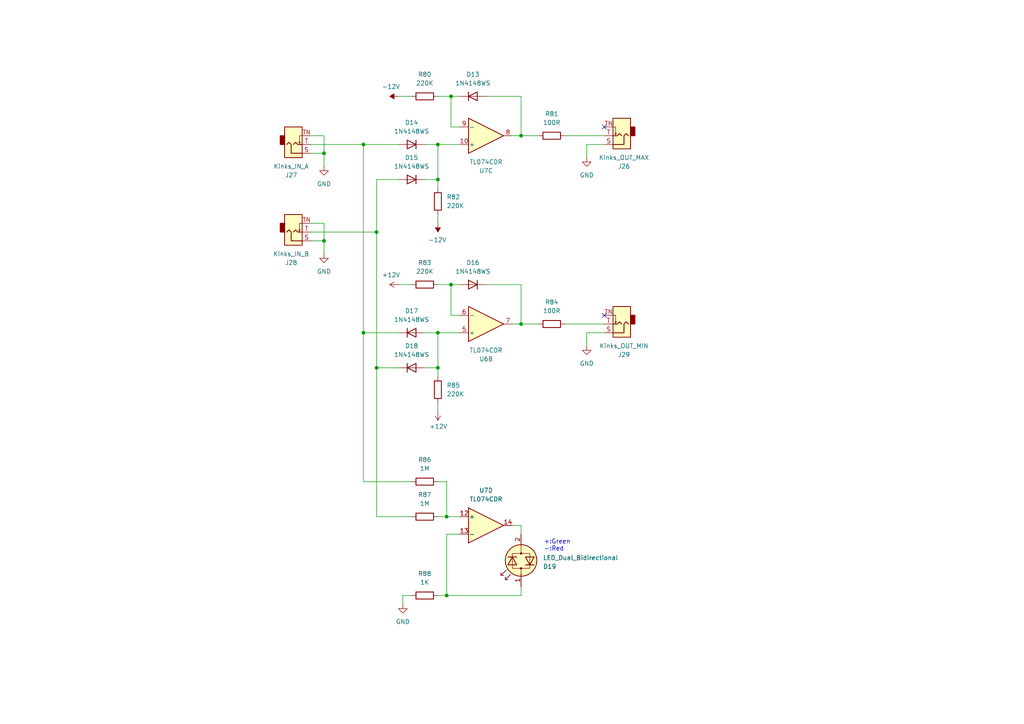
<source format=kicad_sch>
(kicad_sch (version 20250114) (generator "eeschema") (generator_version "9.0")
  (paper "A4")
  (title_block (title "Analog AND/OR") (date "2025-07-31") (rev "2.1") (company "StudioKAT"))
  (lib_symbols
    (symbol "Amplifier_Operational:TL074" (pin_names (offset 0.127))
      (property "Reference" "U" (at 0 5.08 0))
      (property "Value" "TL074" (at 0 -5.08 0))
      (symbol "TL074_1_1"
        (polyline (pts (xy -5.08 5.08) (xy 5.08 0) (xy -5.08 -5.08) (xy -5.08 5.08)) (stroke (width 0.254)) (fill (type background)))
        (pin input line (at -7.62 2.54 0) (length 2.54) (name "+") (number "3"))
        (pin input line (at -7.62 -2.54 0) (length 2.54) (name "-") (number "2"))
        (pin output line (at 7.62 0 180) (length 2.54) (name "~") (number "1"))
      )
      (symbol "TL074_2_1"
        (polyline (pts (xy -5.08 5.08) (xy 5.08 0) (xy -5.08 -5.08) (xy -5.08 5.08)) (stroke (width 0.254)) (fill (type background)))
        (pin input line (at -7.62 2.54 0) (length 2.54) (name "+") (number "5"))
        (pin input line (at -7.62 -2.54 0) (length 2.54) (name "-") (number "6"))
        (pin output line (at 7.62 0 180) (length 2.54) (name "~") (number "7"))
      )
      (symbol "TL074_3_1"
        (polyline (pts (xy -5.08 5.08) (xy 5.08 0) (xy -5.08 -5.08) (xy -5.08 5.08)) (stroke (width 0.254)) (fill (type background)))
        (pin input line (at -7.62 2.54 0) (length 2.54) (name "+") (number "10"))
        (pin input line (at -7.62 -2.54 0) (length 2.54) (name "-") (number "9"))
        (pin output line (at 7.62 0 180) (length 2.54) (name "~") (number "8"))
      )
      (symbol "TL074_4_1"
        (polyline (pts (xy -5.08 5.08) (xy 5.08 0) (xy -5.08 -5.08) (xy -5.08 5.08)) (stroke (width 0.254)) (fill (type background)))
        (pin input line (at -7.62 2.54 0) (length 2.54) (name "+") (number "12"))
        (pin input line (at -7.62 -2.54 0) (length 2.54) (name "-") (number "13"))
        (pin output line (at 7.62 0 180) (length 2.54) (name "~") (number "14"))
      )
      (symbol "TL074_5_1"
        (pin power_in line (at -2.54 7.62 270) (length 3.81) (name "V+") (number "4"))
        (pin power_in line (at -2.54 -7.62 90) (length 3.81) (name "V-") (number "11"))
      )
    )
    (symbol "Connector_Audio:AudioJack2_SwitchT"
      (property "Reference" "J" (at 0 8.89 0))
      (property "Value" "AudioJack2_SwitchT" (at 0 6.35 0))
      (symbol "AudioJack2_SwitchT_0_1"
        (rectangle (start -2.54 0) (end -3.81 -2.54) (stroke (width 0.254)) (fill (type outline)))
        (polyline (pts (xy 0 0) (xy 0.635 -0.635) (xy 1.27 0) (xy 2.54 0)) (stroke (width 0.254)))
        (polyline (pts (xy 1.778 -0.254) (xy 2.032 -0.762)))
        (rectangle (start 2.54 3.81) (end -2.54 -5.08) (stroke (width 0.254)) (fill (type background)))
        (polyline (pts (xy 2.54 2.54) (xy -0.635 2.54) (xy -0.635 0) (xy -1.27 -0.635) (xy -1.905 0)) (stroke (width 0.254)))
        (polyline (pts (xy 2.54 -2.54) (xy 1.778 -2.54) (xy 1.778 -0.254) (xy 1.524 -0.762)))
      )
      (symbol "AudioJack2_SwitchT_1_1"
        (pin passive line (at 5.08 2.54 180) (length 2.54) (name "~") (number "S"))
        (pin passive line (at 5.08 0 180) (length 2.54) (name "~") (number "T"))
        (pin passive line (at 5.08 -2.54 180) (length 2.54) (name "~") (number "TN"))
      )
    )
    (symbol "Device:LED_Dual_Bidirectional" (pin_names (offset 0) (hide yes))
      (property "Reference" "D" (at 0 5.715 0))
      (property "Value" "LED_Dual_Bidirectional" (at 0 -6.35 0))
      (symbol "LED_Dual_Bidirectional_0_1"
        (polyline (pts (xy -4.572 0) (xy -2.54 0)))
        (circle (center -2.032 0) (radius 0.254) (fill (type outline)))
        (polyline (pts (xy -2.032 0) (xy -2.54 0)))
        (polyline (pts (xy -1.016 3.81) (xy -1.016 1.27)) (stroke (width 0.254)))
        (polyline (pts (xy -1.016 -1.27) (xy -1.016 -3.81) (xy 1.27 -2.54) (xy -1.016 -1.27)) (stroke (width 0.254)))
        (circle (center 0 0) (radius 4.572) (stroke (width 0.254)) (fill (type background)))
        (polyline (pts (xy 1.27 3.81) (xy 1.27 1.27) (xy -1.016 2.54) (xy 1.27 3.81)) (stroke (width 0.254)))
        (polyline (pts (xy 1.27 -1.27) (xy 1.27 -3.81)) (stroke (width 0.254)))
        (polyline (pts (xy 2.286 2.54) (xy -2.032 2.54) (xy -2.032 -2.54) (xy 2.286 -2.54) (xy 2.286 2.54)))
        (circle (center 2.286 0) (radius 0.254) (fill (type outline)))
        (polyline (pts (xy 2.794 4.318) (xy 4.318 5.842) (xy 3.556 5.842)) (stroke (width 0.2032)))
        (polyline (pts (xy 4.064 3.048) (xy 5.588 4.572) (xy 4.826 4.572)) (stroke (width 0.2032)))
        (polyline (pts (xy 4.064 0) (xy 2.286 0)) (fill (type outline)))
        (polyline (pts (xy 4.318 5.842) (xy 4.318 5.08)) (stroke (width 0.2032)))
        (polyline (pts (xy 5.588 4.572) (xy 5.588 3.81)) (stroke (width 0.2032)))
      )
      (symbol "LED_Dual_Bidirectional_1_1"
        (pin input line (at -7.62 0 0) (length 3.048) (name "AK") (number "2"))
        (pin input line (at 7.62 0 180) (length 3.81) (name "KA") (number "1"))
      )
    )
    (symbol "Device:R" (pin_numbers (hide yes)) (pin_names (offset 0))
      (property "Reference" "R" (at 2.032 0 90))
      (property "Value" "R" (at 0 0 90))
      (symbol "R_0_1"
        (rectangle (start -1.016 -2.54) (end 1.016 2.54) (stroke (width 0.254)))
      )
      (symbol "R_1_1"
        (pin passive line (at 0 3.81 270) (length 1.27) (name "~") (number "1"))
        (pin passive line (at 0 -3.81 90) (length 1.27) (name "~") (number "2"))
      )
    )
    (symbol "Diode:1N4148WS" (pin_numbers (hide yes)) (pin_names (hide yes))
      (property "Reference" "D" (at 0 2.54 0))
      (property "Value" "1N4148WS" (at 0 -2.54 0))
      (symbol "1N4148WS_0_1"
        (polyline (pts (xy -1.27 1.27) (xy -1.27 -1.27)) (stroke (width 0.254)))
        (polyline (pts (xy 1.27 1.27) (xy 1.27 -1.27) (xy -1.27 0) (xy 1.27 1.27)) (stroke (width 0.254)))
        (polyline (pts (xy 1.27 0) (xy -1.27 0)))
      )
      (symbol "1N4148WS_1_1"
        (pin passive line (at -3.81 0 0) (length 2.54) (name "K") (number "1"))
        (pin passive line (at 3.81 0 180) (length 2.54) (name "A") (number "2"))
      )
    )
    (symbol "power:+12V" (power) (pin_numbers (hide yes)) (pin_names (offset 0) (hide yes))
      (property "Value" "+12V" (at 0 3.556 0))
      (symbol "+12V_0_1"
        (polyline (pts (xy -0.762 1.27) (xy 0 2.54)))
        (polyline (pts (xy 0 2.54) (xy 0.762 1.27)))
        (polyline (pts (xy 0 0) (xy 0 2.54)))
      )
      (symbol "+12V_1_1"
        (pin power_in line (at 0 0 90) (length 0) (name "~") (number "1"))
      )
    )
    (symbol "power:-12V" (power) (pin_numbers (hide yes)) (pin_names (offset 0) (hide yes))
      (property "Value" "-12V" (at 0 3.556 0))
      (symbol "-12V_0_0"
        (pin power_in line (at 0 0 90) (length 0) (name "~") (number "1"))
      )
      (symbol "-12V_0_1"
        (polyline (pts (xy 0 0) (xy 0 1.27) (xy 0.762 1.27) (xy 0 2.54) (xy -0.762 1.27) (xy 0 1.27)) (fill (type outline)))
      )
    )
    (symbol "power:GND" (power) (pin_numbers (hide yes)) (pin_names (offset 0) (hide yes))
      (property "Value" "GND" (at 0 -3.81 0))
      (symbol "GND_0_1"
        (polyline (pts (xy 0 0) (xy 0 -1.27) (xy 1.27 -1.27) (xy 0 -2.54) (xy -1.27 -1.27) (xy 0 -1.27)))
      )
      (symbol "GND_1_1"
        (pin power_in line (at 0 0 270) (length 0) (name "~") (number "1"))
      )
    )
  )
  (text "+:Green\n-:Red" (at 157.734 158.242 0) (effects (font (size 1.27 1.27)) (justify left)))
  (junction (at 129.54 172.72))
  (junction (at 109.22 106.68))
  (junction (at 105.41 41.91))
  (junction (at 127 52.07))
  (junction (at 151.13 93.98))
  (junction (at 93.98 44.45))
  (junction (at 130.81 27.94))
  (junction (at 130.81 82.55))
  (junction (at 93.98 69.85))
  (junction (at 127 96.52))
  (junction (at 109.22 67.31))
  (junction (at 129.54 149.86))
  (junction (at 127 41.91))
  (junction (at 127 106.68))
  (junction (at 151.13 39.37))
  (junction (at 105.41 96.52))
  (no_connect (at 175.26 91.44))
  (no_connect (at 175.26 36.83))
  (wire (pts (xy 123.19 96.52) (xy 127 96.52)))
  (wire (pts (xy 175.26 41.91) (xy 170.18 41.91)))
  (wire (pts (xy 130.81 82.55) (xy 130.81 91.44)))
  (wire (pts (xy 129.54 154.94) (xy 129.54 172.72)))
  (wire (pts (xy 127 41.91) (xy 133.35 41.91)))
  (wire (pts (xy 119.38 149.86) (xy 109.22 149.86)))
  (wire (pts (xy 109.22 52.07) (xy 109.22 67.31)))
  (wire (pts (xy 130.81 36.83) (xy 133.35 36.83)))
  (wire (pts (xy 163.83 39.37) (xy 175.26 39.37)))
  (wire (pts (xy 151.13 39.37) (xy 156.21 39.37)))
  (wire (pts (xy 151.13 172.72) (xy 151.13 170.18)))
  (wire (pts (xy 93.98 44.45) (xy 93.98 48.26)))
  (wire (pts (xy 140.97 82.55) (xy 151.13 82.55)))
  (wire (pts (xy 115.57 96.52) (xy 105.41 96.52)))
  (wire (pts (xy 148.59 93.98) (xy 151.13 93.98)))
  (wire (pts (xy 116.84 172.72) (xy 116.84 175.26)))
  (wire (pts (xy 93.98 69.85) (xy 93.98 73.66)))
  (wire (pts (xy 127 52.07) (xy 127 41.91)))
  (wire (pts (xy 115.57 52.07) (xy 109.22 52.07)))
  (wire (pts (xy 90.17 39.37) (xy 93.98 39.37)))
  (wire (pts (xy 93.98 39.37) (xy 93.98 44.45)))
  (wire (pts (xy 105.41 139.7) (xy 105.41 96.52)))
  (wire (pts (xy 90.17 69.85) (xy 93.98 69.85)))
  (wire (pts (xy 105.41 41.91) (xy 115.57 41.91)))
  (wire (pts (xy 129.54 139.7) (xy 129.54 149.86)))
  (wire (pts (xy 123.19 106.68) (xy 127 106.68)))
  (wire (pts (xy 151.13 82.55) (xy 151.13 93.98)))
  (wire (pts (xy 163.83 93.98) (xy 175.26 93.98)))
  (wire (pts (xy 151.13 93.98) (xy 156.21 93.98)))
  (wire (pts (xy 127 82.55) (xy 130.81 82.55)))
  (wire (pts (xy 130.81 91.44) (xy 133.35 91.44)))
  (wire (pts (xy 127 62.23) (xy 127 64.77)))
  (wire (pts (xy 151.13 27.94) (xy 151.13 39.37)))
  (wire (pts (xy 129.54 154.94) (xy 133.35 154.94)))
  (wire (pts (xy 119.38 139.7) (xy 105.41 139.7)))
  (wire (pts (xy 109.22 106.68) (xy 109.22 67.31)))
  (wire (pts (xy 148.59 39.37) (xy 151.13 39.37)))
  (wire (pts (xy 170.18 96.52) (xy 170.18 100.33)))
  (wire (pts (xy 123.19 41.91) (xy 127 41.91)))
  (wire (pts (xy 129.54 172.72) (xy 151.13 172.72)))
  (wire (pts (xy 133.35 27.94) (xy 130.81 27.94)))
  (wire (pts (xy 175.26 96.52) (xy 170.18 96.52)))
  (wire (pts (xy 127 149.86) (xy 129.54 149.86)))
  (wire (pts (xy 90.17 44.45) (xy 93.98 44.45)))
  (wire (pts (xy 127 139.7) (xy 129.54 139.7)))
  (wire (pts (xy 133.35 82.55) (xy 130.81 82.55)))
  (wire (pts (xy 151.13 152.4) (xy 151.13 154.94)))
  (wire (pts (xy 115.57 106.68) (xy 109.22 106.68)))
  (wire (pts (xy 140.97 27.94) (xy 151.13 27.94)))
  (wire (pts (xy 130.81 27.94) (xy 130.81 36.83)))
  (wire (pts (xy 127 106.68) (xy 127 96.52)))
  (wire (pts (xy 127 27.94) (xy 130.81 27.94)))
  (wire (pts (xy 105.41 96.52) (xy 105.41 41.91)))
  (wire (pts (xy 127 116.84) (xy 127 119.38)))
  (wire (pts (xy 148.59 152.4) (xy 151.13 152.4)))
  (wire (pts (xy 127 96.52) (xy 133.35 96.52)))
  (wire (pts (xy 90.17 41.91) (xy 105.41 41.91)))
  (wire (pts (xy 93.98 64.77) (xy 93.98 69.85)))
  (wire (pts (xy 170.18 41.91) (xy 170.18 45.72)))
  (wire (pts (xy 129.54 149.86) (xy 133.35 149.86)))
  (wire (pts (xy 119.38 172.72) (xy 116.84 172.72)))
  (wire (pts (xy 123.19 52.07) (xy 127 52.07)))
  (wire (pts (xy 127 106.68) (xy 127 109.22)))
  (wire (pts (xy 109.22 149.86) (xy 109.22 106.68)))
  (wire (pts (xy 127 172.72) (xy 129.54 172.72)))
  (wire (pts (xy 90.17 64.77) (xy 93.98 64.77)))
  (wire (pts (xy 115.57 82.55) (xy 119.38 82.55)))
  (wire (pts (xy 109.22 67.31) (xy 90.17 67.31)))
  (wire (pts (xy 127 52.07) (xy 127 54.61)))
  (wire (pts (xy 115.57 27.94) (xy 119.38 27.94)))
  (symbol (lib_id "power:+12V") (at 127 119.38 180) (unit 1)
    (property "Reference" "#PWR084" (effects (hide yes)))
    (property "Value" "+12V" (at 129.794 123.698 0) (effects (justify left)))
    (property "Description" "Power symbol creates a global label with name \"+12V\"" (effects (hide yes)))
  )
  (symbol (lib_id "power:GND") (at 93.98 48.26 0) (unit 1)
    (property "Reference" "#PWR079" (effects (hide yes)))
    (property "Value" "GND" (at 93.98 53.34 0))
    (property "Description" "Power symbol creates a global label with name \"GND\" , ground" (effects (hide yes)))
  )
  (symbol (lib_id "Diode:1N4148WS") (at 119.38 52.07 0) (mirror y) (unit 1)
    (property "Reference" "D15" (at 119.38 45.72 0))
    (property "Value" "1N4148WS" (at 119.38 48.26 0))
    (property "Footprint" "Diode_SMD:D_SOD-323" (effects (hide yes)))
    (property "Datasheet" "https://www.vishay.com/docs/85751/1n4148ws.pdf" (effects (hide yes)))
    (property "Description" "75V 0.15A Fast switching Diode, SOD-323" (effects (hide yes)))
    (property "Sim.Device" "D" (effects (hide yes)))
    (property "Sim.Pins" "1=K 2=A" (effects (hide yes)))
    (property "LCSC" "C2128" (effects (hide yes)))
  )
  (symbol (lib_id "Device:R") (at 127 113.03 0) (unit 1)
    (property "Reference" "R85" (at 129.54 111.7599 0) (effects (justify left)))
    (property "Value" "220K" (at 129.54 114.2999 0) (effects (justify left)))
    (property "Footprint" "Resistor_SMD:R_0402_1005Metric" (effects (hide yes)))
    (property "Description" "Resistor" (effects (hide yes)))
    (property "LCSC" "C25767" (effects (hide yes)))
  )
  (symbol (lib_id "Connector_Audio:AudioJack2_SwitchT") (at 85.09 67.31 0) (mirror x) (unit 1)
    (property "Reference" "J28" (at 84.455 76.2 0))
    (property "Value" "Kinks_IN_B" (at 84.455 73.66 0))
    (property "Footprint" "kat_eurorack:AudioJack_PJ301M-12" (effects (hide yes)))
    (property "Description" "Audio Jack, 2 Poles (Mono / TS), Switched T Pole (Normalling)" (effects (hide yes)))
  )
  (symbol (lib_id "Diode:1N4148WS") (at 119.38 106.68 0) (unit 1)
    (property "Reference" "D18" (at 119.38 100.33 0))
    (property "Value" "1N4148WS" (at 119.38 102.87 0))
    (property "Footprint" "Diode_SMD:D_SOD-323" (effects (hide yes)))
    (property "Datasheet" "https://www.vishay.com/docs/85751/1n4148ws.pdf" (effects (hide yes)))
    (property "Description" "75V 0.15A Fast switching Diode, SOD-323" (effects (hide yes)))
    (property "Sim.Device" "D" (effects (hide yes)))
    (property "Sim.Pins" "1=K 2=A" (effects (hide yes)))
    (property "LCSC" "C2128" (effects (hide yes)))
  )
  (symbol (lib_id "power:GND") (at 170.18 45.72 0) (unit 1)
    (property "Reference" "#PWR078" (effects (hide yes)))
    (property "Value" "GND" (at 170.18 50.8 0))
    (property "Description" "Power symbol creates a global label with name \"GND\" , ground" (effects (hide yes)))
  )
  (symbol (lib_id "power:GND") (at 93.98 73.66 0) (unit 1)
    (property "Reference" "#PWR081" (effects (hide yes)))
    (property "Value" "GND" (at 93.98 78.74 0))
    (property "Description" "Power symbol creates a global label with name \"GND\" , ground" (effects (hide yes)))
  )
  (symbol (lib_id "Amplifier_Operational:TL074") (at 140.97 93.98 0) (mirror x) (unit 2)
    (property "Reference" "U6" (at 140.97 104.14 0))
    (property "Value" "TL074CDR" (at 140.97 101.6 0))
    (property "Footprint" "Package_SO:SOIC-14_3.9x8.7mm_P1.27mm" (effects (hide yes)))
    (property "Datasheet" "http://www.ti.com/lit/ds/symlink/tl071.pdf" (effects (hide yes)))
    (property "Description" "Quad Low-Noise JFET-Input Operational Amplifiers, DIP-14/SOIC-14" (effects (hide yes)))
    (property "LCSC" "C12594" (effects (hide yes)))
  )
  (symbol (lib_id "power:+12V") (at 115.57 82.55 90) (unit 1)
    (property "Reference" "#PWR082" (effects (hide yes)))
    (property "Value" "+12V" (at 116.078 79.756 90) (effects (justify left)))
    (property "Description" "Power symbol creates a global label with name \"+12V\"" (effects (hide yes)))
  )
  (symbol (lib_id "Connector_Audio:AudioJack2_SwitchT") (at 180.34 93.98 180) (unit 1)
    (property "Reference" "J29" (at 180.975 102.87 0))
    (property "Value" "Kinks_OUT_MIN" (at 180.975 100.33 0))
    (property "Footprint" "kat_eurorack:AudioJack_PJ301M-12" (effects (hide yes)))
    (property "Description" "Audio Jack, 2 Poles (Mono / TS), Switched T Pole (Normalling)" (effects (hide yes)))
  )
  (symbol (lib_id "Connector_Audio:AudioJack2_SwitchT") (at 180.34 39.37 180) (unit 1)
    (property "Reference" "J26" (at 180.975 48.26 0))
    (property "Value" "Kinks_OUT_MAX" (at 180.975 45.72 0))
    (property "Footprint" "kat_eurorack:AudioJack_PJ301M-12" (effects (hide yes)))
    (property "Description" "Audio Jack, 2 Poles (Mono / TS), Switched T Pole (Normalling)" (effects (hide yes)))
  )
  (symbol (lib_id "Device:R") (at 123.19 27.94 90) (unit 1)
    (property "Reference" "R80" (at 123.19 21.59 90))
    (property "Value" "220K" (at 123.19 24.13 90))
    (property "Footprint" "Resistor_SMD:R_0402_1005Metric" (effects (hide yes)))
    (property "Description" "Resistor" (effects (hide yes)))
    (property "LCSC" "C25767" (effects (hide yes)))
  )
  (symbol (lib_id "Diode:1N4148WS") (at 119.38 41.91 0) (mirror y) (unit 1)
    (property "Reference" "D14" (at 119.38 35.56 0))
    (property "Value" "1N4148WS" (at 119.38 38.1 0))
    (property "Footprint" "Diode_SMD:D_SOD-323" (effects (hide yes)))
    (property "Datasheet" "https://www.vishay.com/docs/85751/1n4148ws.pdf" (effects (hide yes)))
    (property "Description" "75V 0.15A Fast switching Diode, SOD-323" (effects (hide yes)))
    (property "Sim.Device" "D" (effects (hide yes)))
    (property "Sim.Pins" "1=K 2=A" (effects (hide yes)))
    (property "LCSC" "C2128" (effects (hide yes)))
  )
  (symbol (lib_id "Device:R") (at 123.19 139.7 90) (unit 1)
    (property "Reference" "R86" (at 123.19 133.35 90))
    (property "Value" "1M" (at 123.19 135.89 90))
    (property "Footprint" "Resistor_SMD:R_0402_1005Metric" (effects (hide yes)))
    (property "Description" "Resistor" (effects (hide yes)))
    (property "LCSC" "C26083" (effects (hide yes)))
  )
  (symbol (lib_id "Amplifier_Operational:TL074") (at 140.97 39.37 0) (mirror x) (unit 3)
    (property "Reference" "U7" (at 140.97 49.53 0))
    (property "Value" "TL074CDR" (at 140.97 46.99 0))
    (property "Footprint" "Package_SO:SOIC-14_3.9x8.7mm_P1.27mm" (effects (hide yes)))
    (property "Datasheet" "http://www.ti.com/lit/ds/symlink/tl071.pdf" (effects (hide yes)))
    (property "Description" "Quad Low-Noise JFET-Input Operational Amplifiers, DIP-14/SOIC-14" (effects (hide yes)))
    (property "LCSC" "C12594" (effects (hide yes)))
  )
  (symbol (lib_id "Device:R") (at 160.02 39.37 90) (unit 1)
    (property "Reference" "R81" (at 160.02 33.02 90))
    (property "Value" "100R" (at 160.02 35.56 90))
    (property "Footprint" "Resistor_SMD:R_0402_1005Metric" (effects (hide yes)))
    (property "Description" "Resistor" (effects (hide yes)))
    (property "LCSC" "C25076" (effects (hide yes)))
  )
  (symbol (lib_id "Device:LED_Dual_Bidirectional") (at 151.13 162.56 90) (mirror x) (unit 1)
    (property "Reference" "D19" (at 157.48 164.3254 90) (effects (justify right)))
    (property "Value" "LED_Dual_Bidirectional" (at 157.48 161.7854 90) (effects (justify right)))
    (property "Footprint" "LED_THT:LED_D3.0mm" (effects (hide yes)))
    (property "Description" "Dual LED, bidirectional" (effects (hide yes)))
  )
  (symbol (lib_id "Diode:1N4148WS") (at 137.16 27.94 0) (unit 1)
    (property "Reference" "D13" (at 137.16 21.59 0))
    (property "Value" "1N4148WS" (at 137.16 24.13 0))
    (property "Footprint" "Diode_SMD:D_SOD-323" (effects (hide yes)))
    (property "Datasheet" "https://www.vishay.com/docs/85751/1n4148ws.pdf" (effects (hide yes)))
    (property "Description" "75V 0.15A Fast switching Diode, SOD-323" (effects (hide yes)))
    (property "Sim.Device" "D" (effects (hide yes)))
    (property "Sim.Pins" "1=K 2=A" (effects (hide yes)))
    (property "LCSC" "C2128" (effects (hide yes)))
  )
  (symbol (lib_id "Diode:1N4148WS") (at 137.16 82.55 0) (mirror y) (unit 1)
    (property "Reference" "D16" (at 137.16 76.2 0))
    (property "Value" "1N4148WS" (at 137.16 78.74 0))
    (property "Footprint" "Diode_SMD:D_SOD-323" (effects (hide yes)))
    (property "Datasheet" "https://www.vishay.com/docs/85751/1n4148ws.pdf" (effects (hide yes)))
    (property "Description" "75V 0.15A Fast switching Diode, SOD-323" (effects (hide yes)))
    (property "Sim.Device" "D" (effects (hide yes)))
    (property "Sim.Pins" "1=K 2=A" (effects (hide yes)))
    (property "LCSC" "C2128" (effects (hide yes)))
  )
  (symbol (lib_id "power:-12V") (at 127 64.77 180) (unit 1)
    (property "Reference" "#PWR080" (effects (hide yes)))
    (property "Value" "-12V" (at 124.206 69.596 0) (effects (justify right)))
    (property "Description" "Power symbol creates a global label with name \"-12V\"" (effects (hide yes)))
  )
  (symbol (lib_id "Amplifier_Operational:TL074") (at 140.97 152.4 0) (unit 4)
    (property "Reference" "U7" (at 140.97 142.24 0))
    (property "Value" "TL074CDR" (at 140.97 144.78 0))
    (property "Footprint" "Package_SO:SOIC-14_3.9x8.7mm_P1.27mm" (effects (hide yes)))
    (property "Datasheet" "http://www.ti.com/lit/ds/symlink/tl071.pdf" (effects (hide yes)))
    (property "Description" "Quad Low-Noise JFET-Input Operational Amplifiers, DIP-14/SOIC-14" (effects (hide yes)))
    (property "LCSC" "C12594" (effects (hide yes)))
  )
  (symbol (lib_id "Device:R") (at 123.19 172.72 90) (unit 1)
    (property "Reference" "R88" (at 123.19 166.37 90))
    (property "Value" "1K" (at 123.19 168.91 90))
    (property "Footprint" "Resistor_SMD:R_0402_1005Metric" (effects (hide yes)))
    (property "Description" "Resistor" (effects (hide yes)))
    (property "LCSC" "C11702" (effects (hide yes)))
  )
  (symbol (lib_id "Connector_Audio:AudioJack2_SwitchT") (at 85.09 41.91 0) (mirror x) (unit 1)
    (property "Reference" "J27" (at 84.455 50.8 0))
    (property "Value" "Kinks_IN_A" (at 84.455 48.26 0))
    (property "Footprint" "kat_eurorack:AudioJack_PJ301M-12" (effects (hide yes)))
    (property "Description" "Audio Jack, 2 Poles (Mono / TS), Switched T Pole (Normalling)" (effects (hide yes)))
  )
  (symbol (lib_id "Device:R") (at 123.19 149.86 90) (unit 1)
    (property "Reference" "R87" (at 123.19 143.51 90))
    (property "Value" "1M" (at 123.19 146.05 90))
    (property "Footprint" "Resistor_SMD:R_0402_1005Metric" (effects (hide yes)))
    (property "Description" "Resistor" (effects (hide yes)))
    (property "LCSC" "C26083" (effects (hide yes)))
  )
  (symbol (lib_id "power:GND") (at 170.18 100.33 0) (unit 1)
    (property "Reference" "#PWR083" (effects (hide yes)))
    (property "Value" "GND" (at 170.18 105.41 0))
    (property "Description" "Power symbol creates a global label with name \"GND\" , ground" (effects (hide yes)))
  )
  (symbol (lib_id "Device:R") (at 127 58.42 0) (unit 1)
    (property "Reference" "R82" (at 129.54 57.1499 0) (effects (justify left)))
    (property "Value" "220K" (at 129.54 59.6899 0) (effects (justify left)))
    (property "Footprint" "Resistor_SMD:R_0402_1005Metric" (effects (hide yes)))
    (property "Description" "Resistor" (effects (hide yes)))
    (property "LCSC" "C25767" (effects (hide yes)))
  )
  (symbol (lib_id "Diode:1N4148WS") (at 119.38 96.52 0) (unit 1)
    (property "Reference" "D17" (at 119.38 90.17 0))
    (property "Value" "1N4148WS" (at 119.38 92.71 0))
    (property "Footprint" "Diode_SMD:D_SOD-323" (effects (hide yes)))
    (property "Datasheet" "https://www.vishay.com/docs/85751/1n4148ws.pdf" (effects (hide yes)))
    (property "Description" "75V 0.15A Fast switching Diode, SOD-323" (effects (hide yes)))
    (property "Sim.Device" "D" (effects (hide yes)))
    (property "Sim.Pins" "1=K 2=A" (effects (hide yes)))
    (property "LCSC" "C2128" (effects (hide yes)))
  )
  (symbol (lib_id "Device:R") (at 160.02 93.98 90) (unit 1)
    (property "Reference" "R84" (at 160.02 87.63 90))
    (property "Value" "100R" (at 160.02 90.17 90))
    (property "Footprint" "Resistor_SMD:R_0402_1005Metric" (effects (hide yes)))
    (property "Description" "Resistor" (effects (hide yes)))
    (property "LCSC" "C25076" (effects (hide yes)))
  )
  (symbol (lib_id "power:GND") (at 116.84 175.26 0) (unit 1)
    (property "Reference" "#PWR085" (effects (hide yes)))
    (property "Value" "GND" (at 116.84 180.34 0))
    (property "Description" "Power symbol creates a global label with name \"GND\" , ground" (effects (hide yes)))
  )
  (symbol (lib_id "power:-12V") (at 115.57 27.94 90) (unit 1)
    (property "Reference" "#PWR077" (effects (hide yes)))
    (property "Value" "-12V" (at 110.744 25.146 90) (effects (justify right)))
    (property "Description" "Power symbol creates a global label with name \"-12V\"" (effects (hide yes)))
  )
  (symbol (lib_id "Device:R") (at 123.19 82.55 90) (unit 1)
    (property "Reference" "R83" (at 123.19 76.2 90))
    (property "Value" "220K" (at 123.19 78.74 90))
    (property "Footprint" "Resistor_SMD:R_0402_1005Metric" (effects (hide yes)))
    (property "Description" "Resistor" (effects (hide yes)))
    (property "LCSC" "C25767" (effects (hide yes)))
  )
)
</source>
